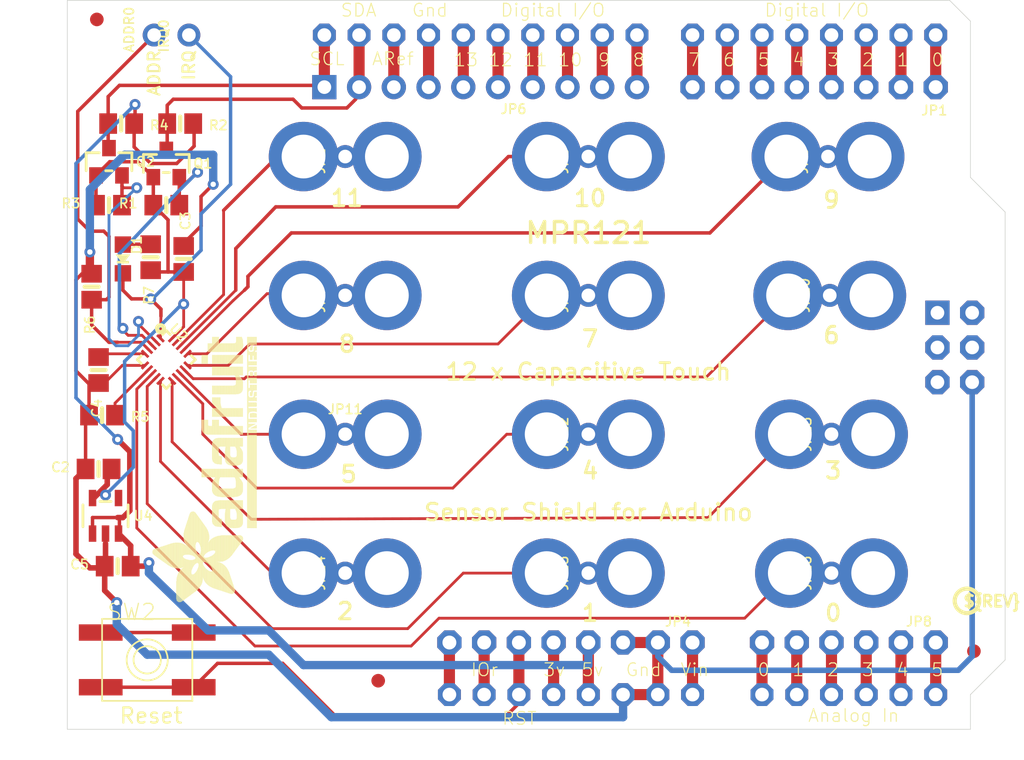
<source format=kicad_pcb>
(kicad_pcb (version 20221018) (generator pcbnew)
  (layers (0 "F.Cu" signal) (31 "B.Cu" signal) (34 "B.Paste" user) (35 "F.Paste" user) (36 "B.SilkS" user "B.Silkscreen") (37 "F.SilkS" user "F.Silkscreen") (38 "B.Mask" user) (39 "F.Mask" user) (44 "Edge.Cuts" user))
  (net 0 "")
  (net 1 "GND")
  (net 2 "VIN")
  (net 3 "+3V")
  (net 4 "~{RESET}")
  (net 5 "IORESET")
  (net 6 "NC")
  (net 7 "AREF")
  (net 8 "D5")
  (net 9 "D2")
  (net 10 "D1")
  (net 11 "D0")
  (net 12 "A5")
  (net 13 "A4")
  (net 14 "A3")
  (net 15 "A2")
  (net 16 "A1")
  (net 17 "A0")
  (net 18 "+5V")
  (net 19 "D13")
  (net 20 "D11")
  (net 21 "D12")
  (net 22 "D10")
  (net 23 "D9")
  (net 24 "D8")
  (net 25 "D7")
  (net 26 "D6")
  (net 27 "D3")
  (net 28 "D4")
  (net 29 "3.3V")
  (net 30 "N$114")
  (net 31 "N$115")
  (net 32 "IRQ")
  (net 33 "ELEC0")
  (net 34 "ELEC1")
  (net 35 "ELEC2")
  (net 36 "ELEC3")
  (net 37 "ELEC4")
  (net 38 "ELEC5")
  (net 39 "ELEC6")
  (net 40 "ELEC7")
  (net 41 "ELEC8")
  (net 42 "ELEC9")
  (net 43 "ELEC10")
  (net 44 "ELEC11")
  (net 45 "N$116")
  (net 46 "ADDR")
  (net 47 "SCL_3V")
  (net 48 "SDA_3V")
  (net 49 "SDA")
  (net 50 "SCL")
  (footprint "working:1X01_ROUND" (layer "F.Cu") (at 152.3111 99.9236 90)
    (fp_text reference "JP9")
    (fp_text value "")
  )
  (footprint "working:0805-NO" (layer "F.Cu") (at 121.4501 93.3196 180)
    (fp_text reference "R1")
    (fp_text value "10K")
  )
  (footprint "working:SOT23-WIDE" (layer "F.Cu") (at 121.4501 90.2716)
    (fp_text reference "Q1")
    (fp_text value "BSS138")
  )
  (footprint "working:1X01_ROUND" (layer "F.Cu") (at 134.5311 120.2436 90)
    (fp_text reference "JP14")
    (fp_text value "")
  )
  (footprint "working:1X08-CLEANBIG" (layer "F.Cu") (at 151.0411 125.3236 180)
    (fp_text reference "JP4")
    (fp_text value "")
  )
  (footprint "working:ALLIGATORCLIP" (layer "F.Cu") (at 170.0911 120.2436 90)
    (fp_text reference "AL1" hide)
    (fp_text value "ALLIGATORCLIP_MICRO" hide)
  )
  (footprint "working:0805-NO" (layer "F.Cu") (at 116.4971 105.3846 -90)
    (fp_text reference "C4")
    (fp_text value "0.1uF")
  )
  (footprint "working:CHIPLED_0805_NOOUTLINE" (layer "F.Cu") (at 118.2751 97.2566 180)
    (fp_text reference "D1")
    (fp_text value "RED")
  )
  (footprint "working:1X01_ROUND" (layer "F.Cu") (at 169.8371 89.7636 90)
    (fp_text reference "JP5")
    (fp_text value "")
  )
  (footprint "working:1X01_ROUND" (layer "F.Cu") (at 134.5311 89.7636 90)
    (fp_text reference "JP2")
    (fp_text value "")
  )
  (footprint "working:1X01_ROUND" (layer "F.Cu") (at 170.0911 110.0836 90)
    (fp_text reference "JP13")
    (fp_text value "")
  )
  (footprint "working:0805-NO" (layer "F.Cu") (at 116.4971 112.6236 180)
    (fp_text reference "C2")
    (fp_text value "10uF")
  )
  (footprint "working:SOT23-WIDE" (layer "F.Cu") (at 117.2591 90.1446)
    (fp_text reference "Q2")
    (fp_text value "BSS138")
  )
  (footprint "working:1X06-CLEANBIG" (layer "F.Cu") (at 171.3611 125.3236 180)
    (fp_text reference "JP8")
    (fp_text value "")
  )
  (footprint "working:0805-NO" (layer "F.Cu") (at 122.7201 97.2566 90)
    (fp_text reference "C3")
    (fp_text value "0.1uF")
  )
  (footprint "" (layer "F.Cu") (at 180.2511 96.1136)
    (fp_text reference "@HOLE2" hide)
    (fp_text value "")
  )
  (footprint "working:1X08-CLEANBIG" (layer "F.Cu") (at 168.8211 84.6836)
    (fp_text reference "JP1")
    (fp_text value "")
  )
  (footprint "working:ALLIGATORCLIP" (layer "F.Cu") (at 152.3111 89.7636 90)
    (fp_text reference "AL11" hide)
    (fp_text value "ALLIGATORCLIP_MICRO" hide)
  )
  (footprint "working:0805-NO" (layer "F.Cu") (at 116.7511 108.6866)
    (fp_text reference "R5")
    (fp_text value "75K")
  )
  (footprint "working:1X01_ROUND" (layer "F.Cu") (at 169.9641 99.9236 90)
    (fp_text reference "JP10")
    (fp_text value "")
  )
  (footprint "working:ALLIGATORCLIP" (layer "F.Cu") (at 134.5311 120.2436 -90)
    (fp_text reference "AL3" hide)
    (fp_text value "ALLIGATORCLIP_MICRO" hide)
  )
  (footprint "working:ALLIGATORCLIP" (layer "F.Cu") (at 169.8371 89.7636 90)
    (fp_text reference "AL10" hide)
    (fp_text value "ALLIGATORCLIP_MICRO" hide)
  )
  (footprint "working:PCBFEAT-REV-040" (layer "F.Cu") (at 179.9971 122.2756)
    (fp_text reference "U$8" hide)
    (fp_text value "" hide)
  )
  (footprint "working:FIDUCIAL_1MM" (layer "F.Cu") (at 136.9441 128.1176)
    (fp_text reference "FID1" hide)
    (fp_text value "FIDUCIAL\"\"" hide)
  )
  (footprint "working:0805-NO" (layer "F.Cu") (at 118.1481 87.3506)
    (fp_text reference "R4")
    (fp_text value "10K")
  )
  (footprint "working:1X01_ROUND" (layer "F.Cu") (at 152.3111 110.0836 90)
    (fp_text reference "JP12")
    (fp_text value "")
  )
  (footprint "" (layer "F.Cu") (at 129.4511 80.8736)
    (fp_text reference "@HOLE0" hide)
    (fp_text value "")
  )
  (footprint "working:ALLIGATORCLIP" (layer "F.Cu") (at 134.5311 89.7636 90)
    (fp_text reference "AL12" hide)
    (fp_text value "ALLIGATORCLIP_MICRO" hide)
  )
  (footprint "working:ALLIGATORCLIP" (layer "F.Cu") (at 152.3111 120.2436 90)
    (fp_text reference "AL2" hide)
    (fp_text value "ALLIGATORCLIP_MICRO" hide)
  )
  (footprint "working:1X01_ROUND" (layer "F.Cu") (at 152.3111 89.7636 90)
    (fp_text reference "JP3")
    (fp_text value "")
  )
  (footprint "working:1X01_ROUND" (layer "F.Cu") (at 152.3111 120.2436 90)
    (fp_text reference "JP15")
    (fp_text value "")
  )
  (footprint "working:ALLIGATORCLIP" (layer "F.Cu") (at 152.3111 99.9236 90)
    (fp_text reference "AL8" hide)
    (fp_text value "ALLIGATORCLIP_MICRO" hide)
  )
  (footprint "working:QFN20_3MM_NOTHERMAL" (layer "F.Cu") (at 121.4501 104.6226 -45)
    (fp_text reference "U2")
    (fp_text value "MPR121")
  )
  (footprint "working:ALLIGATORCLIP" (layer "F.Cu") (at 152.3111 110.0836 90)
    (fp_text reference "AL5" hide)
    (fp_text value "ALLIGATORCLIP_MICRO" hide)
  )
  (footprint "working:ALLIGATORCLIP" (layer "F.Cu") (at 134.5311 110.0836 -90)
    (fp_text reference "AL6" hide)
    (fp_text value "ALLIGATORCLIP_MICRO" hide)
  )
  (footprint "" (layer "F.Cu") (at 128.1811 129.1336)
    (fp_text reference "@HOLE1" hide)
    (fp_text value "")
  )
  (footprint "working:ALLIGATORCLIP" (layer "F.Cu") (at 169.9641 99.9236 90)
    (fp_text reference "AL7" hide)
    (fp_text value "ALLIGATORCLIP_MICRO" hide)
  )
  (footprint "working:1X01_ROUND" (layer "F.Cu") (at 134.5311 99.9236 90)
    (fp_text reference "JP7")
    (fp_text value "")
  )
  (footprint "working:FIDUCIAL_1MM" (layer "F.Cu") (at 180.5051 125.9586)
    (fp_text reference "FID2" hide)
    (fp_text value "FIDUCIAL\"\"" hide)
  )
  (footprint "working:1X01_ROUND" (layer "F.Cu") (at 134.5311 110.0836)
    (fp_text reference "JP11")
    (fp_text value "")
  )
  (footprint "working:1X10_ROUND70" (layer "F.Cu") (at 144.4371 84.6836)
    (fp_text reference "JP6")
    (fp_text value "")
  )
  (footprint "working:0805-NO" (layer "F.Cu") (at 117.2591 93.3196 180)
    (fp_text reference "R3")
    (fp_text value "10K")
  )
  (footprint "working:1X01_ROUND" (layer "F.Cu") (at 170.0911 120.2436 90)
    (fp_text reference "JP16")
    (fp_text value "")
  )
  (footprint "working:0805-NO" (layer "F.Cu") (at 117.8941 119.7356 180)
    (fp_text reference "C5")
    (fp_text value "10uF")
  )
  (footprint "working:0805-NO" (layer "F.Cu") (at 120.3071 97.1296 -90)
    (fp_text reference "R7")
    (fp_text value "1K")
  )
  (footprint "working:ARDUINOR3_ICSP" (layer "F.Cu") (at 114.2111 131.6736)
    (fp_text reference "U$41" hide)
    (fp_text value "ARDUINO_R3_ICSP" hide)
    (fp_line (start 0 -53.34) (end 0 0) (stroke (width 0.05)) (layer "Edge.Cuts"))
    (fp_line (start 0 0) (end 66.04 0) (stroke (width 0.05)) (layer "Edge.Cuts"))
    (fp_line (start 64.516 -53.34) (end 0 -53.34) (stroke (width 0.05)) (layer "Edge.Cuts"))
    (fp_line (start 66.04 -51.816) (end 64.516 -53.34) (stroke (width 0.05)) (layer "Edge.Cuts"))
    (fp_line (start 66.04 -40.386) (end 66.04 -51.816) (stroke (width 0.05)) (layer "Edge.Cuts"))
    (fp_line (start 66.04 -2.54) (end 68.58 -5.08) (stroke (width 0.05)) (layer "Edge.Cuts"))
    (fp_line (start 66.04 0) (end 66.04 -2.54) (stroke (width 0.05)) (layer "Edge.Cuts"))
    (fp_line (start 68.58 -37.846) (end 66.04 -40.386) (stroke (width 0.05)) (layer "Edge.Cuts"))
    (fp_line (start 68.58 -5.08) (end 68.58 -37.846) (stroke (width 0.05)) (layer "Edge.Cuts"))
  )
  (footprint "working:ALLIGATORCLIP" (layer "F.Cu") (at 170.0911 110.0836 90)
    (fp_text reference "AL4" hide)
    (fp_text value "ALLIGATORCLIP_MICRO" hide)
  )
  (footprint "working:1X01_ROUND" (layer "F.Cu") (at 120.5611 80.8736 90)
    (fp_text reference "ADDR0")
    (fp_text value "")
  )
  (footprint "working:0805-NO" (layer "F.Cu") (at 122.4661 87.3506)
    (fp_text reference "R2")
    (fp_text value "10K")
  )
  (footprint "working:1X01_ROUND" (layer "F.Cu") (at 123.1011 80.8736 90)
    (fp_text reference "IRQ0")
    (fp_text value "")
  )
  (footprint "working:ADAFRUIT_TEXT_20MM" (layer "F.Cu") (at 128.0541 122.5296 90)
    (fp_text reference "U$9" hide)
    (fp_text value "" hide)
  )
  (footprint "working:FIDUCIAL_1MM" (layer "F.Cu") (at 116.3701 79.7306)
    (fp_text reference "FID3" hide)
    (fp_text value "FIDUCIAL\"\"" hide)
  )
  (footprint "working:EVQ-Q2" (layer "F.Cu") (at 120.0531 126.5936)
    (fp_text reference "SW2")
    (fp_text value "SPST_TACT-EVQQ2")
  )
  (footprint "working:0805-NO" (layer "F.Cu") (at 115.9891 99.2886 -90)
    (fp_text reference "R6")
    (fp_text value "75K")
  )
  (footprint "working:ALLIGATORCLIP" (layer "F.Cu") (at 134.5311 99.9236 90)
    (fp_text reference "AL9" hide)
    (fp_text value "ALLIGATORCLIP_MICRO" hide)
  )
  (footprint "working:SOT23-5" (layer "F.Cu") (at 117.0051 116.0526)
    (fp_text reference "U4")
    (fp_text value "MIC5225-3.3")
  )
  (gr_text "8" (at 134.6581 103.4796) (layer "F.SilkS") (effects (font (size 1.20904 1.20904) (thickness 0.21336))))
  (gr_text "6" (at 170.0911 102.8446) (layer "F.SilkS") (effects (font (size 1.20904 1.20904) (thickness 0.21336))))
  (gr_text "9" (at 170.0911 92.9386) (layer "F.SilkS") (effects (font (size 1.20904 1.20904) (thickness 0.21336))))
  (gr_text "10" (at 152.4381 92.8116) (layer "F.SilkS") (effects (font (size 1.20904 1.20904) (thickness 0.21336))))
  (gr_text "12 x Capacitive Touch" (at 152.3111 105.5116) (layer "F.SilkS") (effects (font (size 1.223264 1.223264) (thickness 0.199136))))
  (gr_text "4" (at 152.4381 112.7506) (layer "F.SilkS") (effects (font (size 1.20904 1.20904) (thickness 0.21336))))
  (gr_text "1" (at 152.4381 123.1646) (layer "F.SilkS") (effects (font (size 1.20904 1.20904) (thickness 0.21336))))
  (gr_text "2" (at 134.5311 123.0376) (layer "F.SilkS") (effects (font (size 1.20904 1.20904) (thickness 0.21336))))
  (gr_text "ADDR" (at 120.0531 81.8896 90) (layer "F.SilkS") (effects (font (size 0.8636 0.8636) (thickness 0.1524)) (justify right top)))
  (gr_text "IRQ" (at 122.5931 81.8896 90) (layer "F.SilkS") (effects (font (size 0.8636 0.8636) (thickness 0.1524)) (justify right top)))
  (gr_text "11" (at 134.6581 92.8116) (layer "F.SilkS") (effects (font (size 1.20904 1.20904) (thickness 0.21336))))
  (gr_text "Reset" (at 122.7201 130.0226) (layer "F.SilkS") (effects (font (size 1.1176 1.1176) (thickness 0.1524)) (justify right top)))
  (gr_text "7" (at 152.4381 103.0986) (layer "F.SilkS") (effects (font (size 1.20904 1.20904) (thickness 0.21336))))
  (gr_text "MPR121" (at 152.3111 95.3516) (layer "F.SilkS") (effects (font (size 1.52908 1.52908) (thickness 0.24892))))
  (gr_text "3" (at 170.2181 112.7506) (layer "F.SilkS") (effects (font (size 1.20904 1.20904) (thickness 0.21336))))
  (gr_text "5" (at 134.7851 113.0046) (layer "F.SilkS") (effects (font (size 1.20904 1.20904) (thickness 0.21336))))
  (gr_text "0" (at 170.2181 123.1646) (layer "F.SilkS") (effects (font (size 1.20904 1.20904) (thickness 0.21336))))
  (gr_text "Sensor Shield for Arduino" (at 152.3111 115.7986) (layer "F.SilkS") (effects (font (size 1.223264 1.223264) (thickness 0.199136))))
  (segment (start 119.894462 105.046866) (end 118.231834 105.046866) (width 0.2032) (layer "F.Cu") (net 1))
  (segment (start 114.8461 113.3246) (end 114.8461 118.8466) (width 0.4064) (layer "F.Cu") (net 1))
  (segment (start 115.8011 106.4006) (end 115.8011 108.6866) (width 0.254) (layer "F.Cu") (net 1))
  (segment (start 115.5471 112.6236) (end 114.8461 113.3246) (width 0.4064) (layer "F.Cu") (net 1))
  (segment (start 115.5471 112.6236) (end 115.5471 108.9406) (width 0.254) (layer "F.Cu") (net 1))
  (segment (start 154.8511 129.1336) (end 157.3911 129.1336) (width 0.8128) (layer "F.Cu") (net 1))
  (segment (start 117.0051 118.0846) (end 117.0051 117.3527) (width 0.254) (layer "F.Cu") (net 1))
  (segment (start 118.231834 105.046866) (end 116.9441 106.3346) (width 0.2032) (layer "F.Cu") (net 1))
  (segment (start 124.8791 91.7956) (end 123.9901 92.6846) (width 0.254) (layer "F.Cu") (net 1))
  (segment (start 117.0051 119.6746) (end 116.9441 119.7356) (width 0.4064) (layer "F.Cu") (net 1))
  (segment (start 157.3911 129.1336) (end 157.3911 125.3236) (width 0.8128) (layer "F.Cu") (net 1))
  (segment (start 116.9441 106.3346) (end 116.4971 106.3346) (width 0.2032) (layer "F.Cu") (net 1))
  (segment (start 115.8621 96.7486) (end 115.8621 98.2116) (width 0.6096) (layer "F.Cu") (net 1))
  (segment (start 115.8621 119.8626) (end 116.8171 119.8626) (width 0.4064) (layer "F.Cu") (net 1))
  (segment (start 116.9441 121.5186) (end 117.8281 122.4026) (width 0.4064) (layer "F.Cu") (net 1))
  (segment (start 116.9441 119.7356) (end 116.9441 121.5186) (width 0.4064) (layer "F.Cu") (net 1))
  (segment (start 123.9901 94.8436) (end 122.7201 96.1136) (width 0.254) (layer "F.Cu") (net 1))
  (segment (start 117.8281 124.5936) (end 116.6531 124.5936) (width 0.254) (layer "F.Cu") (net 1))
  (segment (start 122.7201 96.1136) (end 122.7201 96.3066) (width 0.254) (layer "F.Cu") (net 1))
  (segment (start 114.8461 105.4456) (end 115.8011 106.4006) (width 0.254) (layer "F.Cu") (net 1))
  (segment (start 116.6531 124.5936) (end 123.4531 124.5936) (width 0.254) (layer "F.Cu") (net 1))
  (segment (start 140.6271 80.8736) (end 140.6271 84.6836) (width 0.8128) (layer "F.Cu") (net 1))
  (segment (start 114.8461 118.8466) (end 115.8621 119.8626) (width 0.4064) (layer "F.Cu") (net 1))
  (segment (start 115.9891 98.3386) (end 115.2881 98.3386) (width 0.254) (layer "F.Cu") (net 1))
  (segment (start 115.2881 98.3386) (end 114.8461 98.7806) (width 0.254) (layer "F.Cu") (net 1))
  (segment (start 116.8171 119.8626) (end 116.9441 119.7356) (width 0.4064) (layer "F.Cu") (net 1))
  (segment (start 117.0051 118.0846) (end 117.0051 119.6746) (width 0.4064) (layer "F.Cu") (net 1))
  (segment (start 115.8621 98.2116) (end 115.9891 98.3386) (width 0.6096) (layer "F.Cu") (net 1))
  (segment (start 157.3911 125.3236) (end 154.8511 125.3236) (width 0.8128) (layer "F.Cu") (net 1))
  (segment (start 117.8281 122.4026) (end 117.8281 124.5936) (width 0.254) (layer "F.Cu") (net 1))
  (segment (start 115.5471 108.9406) (end 115.8011 108.6866) (width 0.254) (layer "F.Cu") (net 1))
  (segment (start 116.4971 106.3346) (end 115.8011 106.4006) (width 0.254) (layer "F.Cu") (net 1))
  (segment (start 114.8461 98.7806) (end 114.8461 105.4456) (width 0.254) (layer "F.Cu") (net 1))
  (segment (start 123.9901 92.6846) (end 123.9901 94.8436) (width 0.254) (layer "F.Cu") (net 1))
  (via (at 115.8621 96.7486) (size 0.8001) (drill 0.3937) (layers "F.Cu" "B.Cu") (net 1))
  (via (at 124.8791 91.7956) (size 0.8001) (drill 0.3937) (layers "F.Cu" "B.Cu") (net 1))
  (via (at 117.8281 122.4026) (size 0.8001) (drill 0.3937) (layers "F.Cu" "B.Cu") (net 1))
  (segment (start 157.3911 125.3236) (end 157.3911 126.3396) (width 0.4064) (layer "B.Cu") (net 1))
  (segment (start 115.8621 92.1766) (end 115.8621 96.7486) (width 0.6096) (layer "B.Cu") (net 1))
  (segment (start 158.4071 127.3556) (end 179.3621 127.3556) (width 0.4064) (layer "B.Cu") (net 1))
  (segment (start 124.8791 89.6366) (end 124.8791 91.7956) (width 0.6096) (layer "B.Cu") (net 1))
  (segment (start 120.0531 126.2126) (end 117.8281 123.9876) (width 0.6096) (layer "B.Cu") (net 1))
  (segment (start 128.9431 126.2126) (end 120.0531 126.2126) (width 0.6096) (layer "B.Cu") (net 1))
  (segment (start 117.8281 123.9876) (end 117.8281 122.4026) (width 0.6096) (layer "B.Cu") (net 1))
  (segment (start 179.3621 127.3556) (end 180.3781 126.3396) (width 0.4064) (layer "B.Cu") (net 1))
  (segment (start 124.8791 89.6366) (end 118.4021 89.6366) (width 0.6096) (layer "B.Cu") (net 1))
  (segment (start 133.5151 130.7846) (end 128.9431 126.2126) (width 0.6096) (layer "B.Cu") (net 1))
  (segment (start 154.8511 130.7846) (end 133.5151 130.7846) (width 0.6096) (layer "B.Cu") (net 1))
  (segment (start 154.8511 129.1336) (end 154.8511 130.7846) (width 0.6096) (layer "B.Cu") (net 1))
  (segment (start 118.4021 89.6366) (end 115.8621 92.1766) (width 0.6096) (layer "B.Cu") (net 1))
  (segment (start 157.3911 126.3396) (end 158.4071 127.3556) (width 0.4064) (layer "B.Cu") (net 1))
  (segment (start 180.3781 126.3396) (end 180.3781 106.2736) (width 0.4064) (layer "B.Cu") (net 1))
  (segment (start 159.9311 125.3236) (end 159.9311 129.1336) (width 0.8128) (layer "F.Cu") (net 2))
  (segment (start 149.7711 125.3236) (end 149.7711 129.1336) (width 0.8128) (layer "F.Cu") (net 3))
  (segment (start 129.9591 126.8476) (end 133.8961 130.7846) (width 0.254) (layer "F.Cu") (net 4))
  (segment (start 116.6531 128.5936) (end 123.4531 128.5936) (width 0.254) (layer "F.Cu") (net 4))
  (segment (start 146.2151 130.7846) (end 147.2311 129.7686) (width 0.254) (layer "F.Cu") (net 4))
  (segment (start 147.2311 125.3236) (end 147.2311 129.1336) (width 0.8128) (layer "F.Cu") (net 4))
  (segment (start 133.8961 130.7846) (end 146.2151 130.7846) (width 0.254) (layer "F.Cu") (net 4))
  (segment (start 147.2311 129.7686) (end 147.2311 129.1336) (width 0.254) (layer "F.Cu") (net 4))
  (segment (start 125.1991 126.8476) (end 129.9591 126.8476) (width 0.254) (layer "F.Cu") (net 4))
  (segment (start 123.4531 128.5936) (end 125.1991 126.8476) (width 0.254) (layer "F.Cu") (net 4))
  (segment (start 144.6911 125.3236) (end 144.6911 129.1336) (width 0.8128) (layer "F.Cu") (net 5))
  (segment (start 142.1511 125.3236) (end 142.1511 129.1336) (width 0.8128) (layer "F.Cu") (net 6))
  (segment (start 138.0871 80.8736) (end 138.0871 84.6836) (width 0.8128) (layer "F.Cu") (net 7))
  (segment (start 165.0111 80.8736) (end 165.0111 84.6836) (width 0.8128) (layer "F.Cu") (net 8))
  (segment (start 172.6311 80.8736) (end 172.6311 84.6836) (width 0.8128) (layer "F.Cu") (net 9))
  (segment (start 175.1711 80.8736) (end 175.1711 84.6836) (width 0.8128) (layer "F.Cu") (net 10))
  (segment (start 177.7111 80.8736) (end 177.7111 84.6836) (width 0.8128) (layer "F.Cu") (net 11))
  (segment (start 177.7111 129.1336) (end 177.7111 125.3236) (width 0.8128) (layer "F.Cu") (net 12))
  (segment (start 175.1711 129.1336) (end 175.1711 125.3236) (width 0.8128) (layer "F.Cu") (net 13))
  (segment (start 172.6311 129.1336) (end 172.6311 125.3236) (width 0.8128) (layer "F.Cu") (net 14))
  (segment (start 170.0911 129.1336) (end 170.0911 125.3236) (width 0.8128) (layer "F.Cu") (net 15))
  (segment (start 167.5511 129.1336) (end 167.5511 125.3236) (width 0.8128) (layer "F.Cu") (net 16))
  (segment (start 165.0111 129.1336) (end 165.0111 125.3236) (width 0.8128) (layer "F.Cu") (net 17))
  (segment (start 118.0211 116.3066) (end 118.0211 117.2867) (width 0.254) (layer "F.Cu") (net 18))
  (segment (start 119.1641 87.2846) (end 119.0981 87.3506) (width 0.254) (layer "F.Cu") (net 18))
  (segment (start 118.2751 116.1796) (end 118.7831 115.6716) (width 0.4064) (layer "F.Cu") (net 18))
  (segment (start 118.7831 111.3536) (end 117.8941 110.4646) (width 0.4064) (layer "F.Cu") (net 18))
  (segment (start 118.8441 118.2417) (end 118.8441 119.7356) (width 0.4064) (layer "F.Cu") (net 18))
  (segment (start 118.7831 115.6716) (end 118.7831 111.3536) (width 0.4064) (layer "F.Cu") (net 18))
  (segment (start 118.0211 117.2867) (end 117.9551 117.3527) (width 0.254) (layer "F.Cu") (net 18))
  (segment (start 117.9551 117.3527) (end 118.8441 118.2417) (width 0.4064) (layer "F.Cu") (net 18))
  (segment (start 117.8941 116.1796) (end 118.0211 116.3066) (width 0.254) (layer "F.Cu") (net 18))
  (segment (start 116.0551 116.1796) (end 117.8941 116.1796) (width 0.254) (layer "F.Cu") (net 18))
  (segment (start 123.4821 89.0016) (end 123.4821 86.8426) (width 0.254) (layer "F.Cu") (net 18))
  (segment (start 119.0981 87.3506) (end 119.0981 89.0626) (width 0.254) (layer "F.Cu") (net 18))
  (segment (start 122.2121 90.2716) (end 123.4821 89.0016) (width 0.254) (layer "F.Cu") (net 18))
  (segment (start 116.0551 117.3527) (end 116.0551 116.1796) (width 0.254) (layer "F.Cu") (net 18))
  (segment (start 152.3111 125.3236) (end 152.3111 129.1336) (width 0.8128) (layer "F.Cu") (net 18))
  (segment (start 120.3071 90.2716) (end 122.2121 90.2716) (width 0.254) (layer "F.Cu") (net 18))
  (segment (start 123.4821 86.8426) (end 123.4161 86.9086) (width 0.254) (layer "F.Cu") (net 18))
  (segment (start 120.0531 119.7356) (end 120.1801 119.4816) (width 0.4064) (layer "F.Cu") (net 18))
  (segment (start 123.4161 86.9086) (end 123.4161 87.3506) (width 0.254) (layer "F.Cu") (net 18))
  (segment (start 118.8441 119.7356) (end 120.0531 119.7356) (width 0.4064) (layer "F.Cu") (net 18))
  (segment (start 119.1641 85.9536) (end 119.1641 87.2846) (width 0.254) (layer "F.Cu") (net 18))
  (segment (start 117.8941 116.1796) (end 118.2751 116.1796) (width 0.4064) (layer "F.Cu") (net 18))
  (segment (start 119.0981 89.0626) (end 120.3071 90.2716) (width 0.254) (layer "F.Cu") (net 18))
  (via (at 117.8941 110.4646) (size 0.8001) (drill 0.3937) (layers "F.Cu" "B.Cu") (net 18))
  (via (at 119.1641 85.9536) (size 0.8001) (drill 0.3937) (layers "F.Cu" "B.Cu") (net 18))
  (via (at 120.1801 119.4816) (size 0.8001) (drill 0.3937) (layers "F.Cu" "B.Cu") (net 18))
  (segment (start 128.9431 124.4346) (end 124.4981 124.4346) (width 0.6096) (layer "B.Cu") (net 18))
  (segment (start 124.4981 124.4346) (end 120.1801 120.2436) (width 0.6096) (layer "B.Cu") (net 18))
  (segment (start 114.8461 107.4166) (end 114.8461 90.2716) (width 0.254) (layer "B.Cu") (net 18))
  (segment (start 152.3111 126.9746) (end 131.4831 126.9746) (width 0.6096) (layer "B.Cu") (net 18))
  (segment (start 152.3111 125.3236) (end 152.3111 126.9746) (width 0.6096) (layer "B.Cu") (net 18))
  (segment (start 120.1801 120.2436) (end 120.1801 119.4816) (width 0.6096) (layer "B.Cu") (net 18))
  (segment (start 131.4831 126.9746) (end 128.9431 124.4346) (width 0.6096) (layer "B.Cu") (net 18))
  (segment (start 117.8941 110.4646) (end 114.8461 107.4166) (width 0.254) (layer "B.Cu") (net 18))
  (segment (start 114.8461 90.2716) (end 119.1641 85.9536) (width 0.254) (layer "B.Cu") (net 18))
  (segment (start 143.1671 80.8736) (end 143.1671 84.6836) (width 0.8128) (layer "F.Cu") (net 19))
  (segment (start 148.2471 80.8736) (end 148.2471 84.6836) (width 0.8128) (layer "F.Cu") (net 20))
  (segment (start 145.7071 80.8736) (end 145.7071 84.6836) (width 0.8128) (layer "F.Cu") (net 21))
  (segment (start 150.7871 80.8736) (end 150.7871 84.6836) (width 0.8128) (layer "F.Cu") (net 22))
  (segment (start 153.3271 80.8736) (end 153.3271 84.6836) (width 0.8128) (layer "F.Cu") (net 23))
  (segment (start 155.8671 80.8736) (end 155.8671 84.6836) (width 0.8128) (layer "F.Cu") (net 24))
  (segment (start 159.9311 84.6836) (end 159.9311 80.8736) (width 0.8128) (layer "F.Cu") (net 25))
  (segment (start 162.4711 80.8736) (end 162.4711 84.6836) (width 0.8128) (layer "F.Cu") (net 26))
  (segment (start 170.0911 80.8736) (end 170.0911 84.6836) (width 0.8128) (layer "F.Cu") (net 27))
  (segment (start 167.5511 84.6836) (end 167.5511 80.8736) (width 0.8128) (layer "F.Cu") (net 28))
  (segment (start 116.8146 114.0841) (end 117.1321 113.7666) (width 0.4064) (layer "F.Cu") (net 29))
  (segment (start 122.7201 100.5586) (end 122.7201 102.221229) (width 0.2032) (layer "F.Cu") (net 29))
  (segment (start 120.5001 91.2716) (end 120.5001 93.3196) (width 0.254) (layer "F.Cu") (net 29))
  (segment (start 121.5771 98.2066) (end 122.7201 98.2066) (width 0.254) (layer "F.Cu") (net 29))
  (segment (start 120.3071 98.0796) (end 120.4341 98.2066) (width 0.254) (layer "F.Cu") (net 29))
  (segment (start 116.1462 114.7525) (end 116.8146 114.0841) (width 0.4064) (layer "F.Cu") (net 29))
  (segment (start 116.0551 114.7525) (end 116.1462 114.7525) (width 0.4064) (layer "F.Cu") (net 29))
  (segment (start 120.4341 98.2066) (end 121.5771 98.2066) (width 0.254) (layer "F.Cu") (net 29))
  (segment (start 122.7201 98.2066) (end 122.7201 100.5586) (width 0.2032) (layer "F.Cu") (net 29))
  (segment (start 117.1321 112.9386) (end 117.4471 112.6236) (width 0.4064) (layer "F.Cu") (net 29))
  (segment (start 116.3091 91.1446) (end 117.3091 90.1446) (width 0.254) (layer "F.Cu") (net 29))
  (segment (start 117.3091 90.1446) (end 119.3731 90.1446) (width 0.254) (layer "F.Cu") (net 29))
  (segment (start 119.3731 90.1446) (end 120.5001 91.2716) (width 0.254) (layer "F.Cu") (net 29))
  (segment (start 120.5001 93.3196) (end 121.5771 94.3966) (width 0.254) (layer "F.Cu") (net 29))
  (segment (start 122.7201 102.221229) (end 121.874362 103.066966) (width 0.2032) (layer "F.Cu") (net 29))
  (segment (start 117.0051 114.5286) (end 117.1321 114.4016) (width 0.254) (layer "F.Cu") (net 29))
  (segment (start 117.1321 114.4016) (end 116.8146 114.0841) (width 0.254) (layer "F.Cu") (net 29))
  (segment (start 121.5771 94.3966) (end 121.5771 98.2066) (width 0.254) (layer "F.Cu") (net 29))
  (segment (start 116.3091 91.1446) (end 116.3091 93.3196) (width 0.254) (layer "F.Cu") (net 29))
  (segment (start 117.1321 113.7666) (end 117.1321 112.9386) (width 0.4064) (layer "F.Cu") (net 29))
  (via (at 122.7201 100.5586) (size 0.8001) (drill 0.3937) (layers "F.Cu" "B.Cu") (net 29))
  (via (at 117.0051 114.5286) (size 0.8001) (drill 0.3937) (layers "F.Cu" "B.Cu") (net 29))
  (segment (start 119.0371 109.8296) (end 119.0371 112.4966) (width 0.254) (layer "B.Cu") (net 29))
  (segment (start 118.4021 109.1946) (end 119.0371 109.8296) (width 0.254) (layer "B.Cu") (net 29))
  (segment (start 119.0371 112.4966) (end 117.0051 114.5286) (width 0.254) (layer "B.Cu") (net 29))
  (segment (start 122.7201 100.5586) (end 122.5931 100.5586) (width 0.254) (layer "B.Cu") (net 29))
  (segment (start 122.5931 100.5586) (end 118.4021 104.7496) (width 0.254) (layer "B.Cu") (net 29))
  (segment (start 118.4021 104.7496) (end 118.4021 109.1946) (width 0.254) (layer "B.Cu") (net 29))
  (segment (start 119.894462 104.198338) (end 115.971362 104.198338) (width 0.2032) (layer "F.Cu") (net 30))
  (segment (start 115.971362 104.198338) (end 116.4971 104.4346) (width 0.2032) (layer "F.Cu") (net 30))
  (segment (start 117.7011 107.805916) (end 117.7011 108.6866) (width 0.2032) (layer "F.Cu") (net 31))
  (segment (start 120.177306 105.32971) (end 117.7011 107.805916) (width 0.2032) (layer "F.Cu") (net 31))
  (segment (start 120.3071 100.1776) (end 120.5611 100.4316) (width 0.254) (layer "F.Cu") (net 32))
  (segment (start 120.5611 100.4316) (end 121.057468 100.927969) (width 0.254) (layer "F.Cu") (net 32))
  (segment (start 118.2751 98.3066) (end 118.2751 99.5426) (width 0.254) (layer "F.Cu") (net 32))
  (segment (start 121.025834 103.066966) (end 121.057468 101.4476) (width 0.2032) (layer "F.Cu") (net 32))
  (segment (start 121.057468 100.927969) (end 121.057468 101.4476) (width 0.254) (layer "F.Cu") (net 32))
  (segment (start 118.2751 99.5426) (end 118.9101 100.1776) (width 0.254) (layer "F.Cu") (net 32))
  (segment (start 118.9101 100.1776) (end 120.3071 100.1776) (width 0.254) (layer "F.Cu") (net 32))
  (via (at 120.3071 100.1776) (size 0.8001) (drill 0.3937) (layers "F.Cu" "B.Cu") (net 32))
  (segment (start 123.1011 80.8736) (end 126.1491 83.9216) (width 0.254) (layer "B.Cu") (net 32))
  (segment (start 126.1491 83.9216) (end 126.1491 91.7956) (width 0.254) (layer "B.Cu") (net 32))
  (segment (start 120.4341 100.1776) (end 120.3071 100.1776) (width 0.254) (layer "B.Cu") (net 32))
  (segment (start 126.1491 91.7956) (end 123.9901 93.9546) (width 0.254) (layer "B.Cu") (net 32))
  (segment (start 123.9901 96.6216) (end 120.4341 100.1776) (width 0.254) (layer "B.Cu") (net 32))
  (segment (start 123.9901 93.9546) (end 123.9901 96.6216) (width 0.254) (layer "B.Cu") (net 32))
  (segment (start 141.3891 123.5456) (end 163.7411 123.5456) (width 0.2032) (layer "F.Cu") (net 33))
  (segment (start 119.2911 116.9416) (end 127.9271 125.5776) (width 0.2032) (layer "F.Cu") (net 33))
  (segment (start 167.0431 120.2436) (end 170.0911 120.2436) (width 0.254) (layer "F.Cu") (net 33))
  (segment (start 120.46015 105.61255) (end 119.2911 106.7816) (width 0.2032) (layer "F.Cu") (net 33))
  (segment (start 139.3571 125.5776) (end 141.3891 123.5456) (width 0.2032) (layer "F.Cu") (net 33))
  (segment (start 119.2911 106.7816) (end 119.2911 116.9416) (width 0.2032) (layer "F.Cu") (net 33))
  (segment (start 170.0911 120.2436) (end 173.1391 120.2436) (width 0.254) (layer "F.Cu") (net 33))
  (segment (start 163.7411 123.5456) (end 167.0431 120.2436) (width 0.2032) (layer "F.Cu") (net 33))
  (segment (start 127.9271 125.5776) (end 139.3571 125.5776) (width 0.2032) (layer "F.Cu") (net 33))
  (segment (start 120.74299 105.895394) (end 120.0531 106.585285) (width 0.2032) (layer "F.Cu") (net 34))
  (segment (start 129.1971 124.3076) (end 139.1031 124.3076) (width 0.2032) (layer "F.Cu") (net 34))
  (segment (start 120.0531 115.1636) (end 129.1971 124.3076) (width 0.2032) (layer "F.Cu") (net 34))
  (segment (start 120.0531 106.585285) (end 120.0531 115.1636) (width 0.2032) (layer "F.Cu") (net 34))
  (segment (start 149.2631 120.2436) (end 152.3111 120.2436) (width 0.254) (layer "F.Cu") (net 34))
  (segment (start 152.3111 120.2436) (end 155.3591 120.2436) (width 0.254) (layer "F.Cu") (net 34))
  (segment (start 139.1031 124.3076) (end 143.1671 120.2436) (width 0.2032) (layer "F.Cu") (net 34))
  (segment (start 143.1671 120.2436) (end 149.2631 120.2436) (width 0.2032) (layer "F.Cu") (net 34))
  (segment (start 129.1971 120.2436) (end 131.4831 120.2436) (width 0.2032) (layer "F.Cu") (net 35))
  (segment (start 121.025834 106.178238) (end 121.025834 112.072335) (width 0.2032) (layer "F.Cu") (net 35))
  (segment (start 134.5311 120.2436) (end 137.5791 120.2436) (width 0.254) (layer "F.Cu") (net 35))
  (segment (start 131.4831 120.2436) (end 134.5311 120.2436) (width 0.254) (layer "F.Cu") (net 35))
  (segment (start 121.025834 112.072335) (end 129.1971 120.2436) (width 0.2032) (layer "F.Cu") (net 35))
  (segment (start 170.0911 110.0836) (end 167.0431 110.0836) (width 0.254) (layer "F.Cu") (net 36))
  (segment (start 127.6731 116.3066) (end 161.0741 116.1796) (width 0.2032) (layer "F.Cu") (net 36))
  (segment (start 121.874362 106.178238) (end 121.874362 110.634863) (width 0.2032) (layer "F.Cu") (net 36))
  (segment (start 170.0911 110.0836) (end 173.1391 110.0836) (width 0.254) (layer "F.Cu") (net 36))
  (segment (start 161.0741 116.1796) (end 167.0431 110.0836) (width 0.2032) (layer "F.Cu") (net 36))
  (segment (start 121.874362 110.634863) (end 127.6731 116.3066) (width 0.2032) (layer "F.Cu") (net 36))
  (segment (start 146.3421 110.0836) (end 149.2631 110.0836) (width 0.2032) (layer "F.Cu") (net 37))
  (segment (start 152.3111 110.0836) (end 155.3591 110.0836) (width 0.254) (layer "F.Cu") (net 37))
  (segment (start 124.1171 110.0836) (end 128.0541 114.0206) (width 0.2032) (layer "F.Cu") (net 37))
  (segment (start 128.0541 114.0206) (end 142.4051 114.0206) (width 0.2032) (layer "F.Cu") (net 37))
  (segment (start 149.2631 110.0836) (end 152.3111 110.0836) (width 0.254) (layer "F.Cu") (net 37))
  (segment (start 124.1171 107.855288) (end 124.1171 110.0836) (width 0.2032) (layer "F.Cu") (net 37))
  (segment (start 122.157206 105.895394) (end 124.1171 107.855288) (width 0.2032) (layer "F.Cu") (net 37))
  (segment (start 142.4051 114.0206) (end 146.3421 110.0836) (width 0.2032) (layer "F.Cu") (net 37))
  (segment (start 122.440046 105.61255) (end 126.911096 110.0836) (width 0.2032) (layer "F.Cu") (net 38))
  (segment (start 137.5791 110.0836) (end 134.5311 110.0836) (width 0.254) (layer "F.Cu") (net 38))
  (segment (start 126.911096 110.0836) (end 131.4831 110.0836) (width 0.2032) (layer "F.Cu") (net 38))
  (segment (start 134.5311 110.0836) (end 131.4831 110.0836) (width 0.254) (layer "F.Cu") (net 38))
  (segment (start 169.9641 99.9236) (end 169.5831 99.9236) (width 0.254) (layer "F.Cu") (net 39))
  (segment (start 169.8371 100.0506) (end 169.9641 99.9236) (width 0.254) (layer "F.Cu") (net 39))
  (segment (start 127.2921 105.8926) (end 160.9471 105.8926) (width 0.2032) (layer "F.Cu") (net 39))
  (segment (start 169.9641 99.9236) (end 166.9161 99.9236) (width 0.254) (layer "F.Cu") (net 39))
  (segment (start 169.4561 100.0506) (end 169.8371 100.0506) (width 0.254) (layer "F.Cu") (net 39))
  (segment (start 169.5831 99.9236) (end 169.4561 100.0506) (width 0.254) (layer "F.Cu") (net 39))
  (segment (start 173.0121 99.9236) (end 169.9641 99.9236) (width 0.254) (layer "F.Cu") (net 39))
  (segment (start 123.412781 106.0196) (end 127.1651 106.0196) (width 0.2032) (layer "F.Cu") (net 39))
  (segment (start 160.9471 105.8926) (end 166.9161 99.9236) (width 0.2032) (layer "F.Cu") (net 39))
  (segment (start 127.1651 106.0196) (end 127.2921 105.8926) (width 0.2032) (layer "F.Cu") (net 39))
  (segment (start 122.72289 105.32971) (end 123.412781 106.0196) (width 0.2032) (layer "F.Cu") (net 39))
  (segment (start 127.5461 103.4796) (end 145.7071 103.4796) (width 0.2032) (layer "F.Cu") (net 40))
  (segment (start 145.7071 103.4796) (end 149.2631 99.9236) (width 0.2032) (layer "F.Cu") (net 40))
  (segment (start 123.005734 105.046866) (end 125.978834 105.046866) (width 0.2032) (layer "F.Cu") (net 40))
  (segment (start 152.3111 99.9236) (end 149.2631 99.9236) (width 0.254) (layer "F.Cu") (net 40))
  (segment (start 155.3591 99.9236) (end 152.3111 99.9236) (width 0.254) (layer "F.Cu") (net 40))
  (segment (start 125.978834 105.046866) (end 127.5461 103.4796) (width 0.2032) (layer "F.Cu") (net 40))
  (segment (start 131.4831 99.9236) (end 134.5311 99.9236) (width 0.254) (layer "F.Cu") (net 41))
  (segment (start 128.8161 99.7966) (end 131.3561 99.7966) (width 0.2032) (layer "F.Cu") (net 41))
  (segment (start 134.5311 99.9236) (end 137.5791 99.9236) (width 0.254) (layer "F.Cu") (net 41))
  (segment (start 124.414362 104.198338) (end 128.8161 99.7966) (width 0.2032) (layer "F.Cu") (net 41))
  (segment (start 131.3561 99.7966) (end 131.4831 99.9236) (width 0.2032) (layer "F.Cu") (net 41))
  (segment (start 123.005734 104.198338) (end 124.414362 104.198338) (width 0.2032) (layer "F.Cu") (net 41))
  (segment (start 161.2011 95.3516) (end 166.7891 89.7636) (width 0.254) (layer "F.Cu") (net 42))
  (segment (start 126.333784 100.3046) (end 127.1651 99.5426) (width 0.2032) (layer "F.Cu") (net 42))
  (segment (start 122.72289 103.915494) (end 126.333784 100.3046) (width 0.2032) (layer "F.Cu") (net 42))
  (segment (start 166.9161 89.8906) (end 166.7891 89.7636) (width 0.254) (layer "F.Cu") (net 42))
  (segment (start 130.5941 95.3516) (end 161.2011 95.3516) (width 0.254) (layer "F.Cu") (net 42))
  (segment (start 168.4401 89.7636) (end 168.3131 89.8906) (width 0.254) (layer "F.Cu") (net 42))
  (segment (start 127.4191 99.2886) (end 127.4191 98.5266) (width 0.254) (layer "F.Cu") (net 42))
  (segment (start 169.8371 89.7636) (end 168.4401 89.7636) (width 0.254) (layer "F.Cu") (net 42))
  (segment (start 127.1651 99.5426) (end 127.4191 99.2886) (width 0.254) (layer "F.Cu") (net 42))
  (segment (start 127.4191 98.5266) (end 130.5941 95.3516) (width 0.254) (layer "F.Cu") (net 42))
  (segment (start 168.3131 89.8906) (end 166.9161 89.8906) (width 0.254) (layer "F.Cu") (net 42))
  (segment (start 169.8371 89.7636) (end 172.8851 89.7636) (width 0.254) (layer "F.Cu") (net 42))
  (segment (start 142.7861 93.4466) (end 146.4691 89.7636) (width 0.254) (layer "F.Cu") (net 43))
  (segment (start 126.5301 99.5426) (end 126.5301 96.4946) (width 0.254) (layer "F.Cu") (net 43))
  (segment (start 146.4691 89.7636) (end 149.2631 89.7636) (width 0.254) (layer "F.Cu") (net 43))
  (segment (start 122.440046 103.632654) (end 126.5301 99.5426) (width 0.2032) (layer "F.Cu") (net 43))
  (segment (start 126.5301 96.4946) (end 129.4511 93.4466) (width 0.254) (layer "F.Cu") (net 43))
  (segment (start 152.3111 89.7636) (end 155.3591 89.7636) (width 0.254) (layer "F.Cu") (net 43))
  (segment (start 149.2631 89.7636) (end 152.3111 89.7636) (width 0.254) (layer "F.Cu") (net 43))
  (segment (start 129.4511 93.4466) (end 142.7861 93.4466) (width 0.254) (layer "F.Cu") (net 43))
  (segment (start 122.157206 103.34981) (end 125.6411 99.865916) (width 0.2032) (layer "F.Cu") (net 44))
  (segment (start 125.6411 99.865916) (end 125.6411 93.7006) (width 0.2032) (layer "F.Cu") (net 44))
  (segment (start 129.5781 89.7636) (end 131.4831 89.7636) (width 0.254) (layer "F.Cu") (net 44))
  (segment (start 125.6411 93.7006) (end 129.5781 89.7636) (width 0.254) (layer "F.Cu") (net 44))
  (segment (start 131.4831 89.7636) (end 134.5311 89.7636) (width 0.254) (layer "F.Cu") (net 44))
  (segment (start 134.5311 89.7636) (end 137.5791 89.7636) (width 0.254) (layer "F.Cu") (net 44))
  (segment (start 118.3021 96.1796) (end 120.3071 96.1796) (width 0.254) (layer "F.Cu") (net 45))
  (segment (start 118.2751 96.2066) (end 118.3021 96.1796) (width 0.254) (layer "F.Cu") (net 45))
  (segment (start 114.9731 94.3356) (end 115.8621 95.2246) (width 0.254) (layer "F.Cu") (net 46))
  (segment (start 115.9891 100.2386) (end 115.9891 102.0826) (width 0.254) (layer "F.Cu") (net 46))
  (segment (start 117.0711 100.2386) (end 115.9891 100.2386) (width 0.254) (layer "F.Cu") (net 46))
  (segment (start 117.2591 103.3526) (end 117.8941 103.3526) (width 0.254) (layer "F.Cu") (net 46))
  (segment (start 119.614412 103.3526) (end 117.8941 103.3526) (width 0.2032) (layer "F.Cu") (net 46))
  (segment (start 116.8781 95.2246) (end 117.2591 95.6056) (width 0.254) (layer "F.Cu") (net 46))
  (segment (start 114.9731 86.4616) (end 114.9731 94.3356) (width 0.254) (layer "F.Cu") (net 46))
  (segment (start 117.2591 100.0506) (end 117.0711 100.2386) (width 0.254) (layer "F.Cu") (net 46))
  (segment (start 120.5611 80.8736) (end 114.9731 86.4616) (width 0.254) (layer "F.Cu") (net 46))
  (segment (start 120.177306 103.915494) (end 119.614412 103.3526) (width 0.2032) (layer "F.Cu") (net 46))
  (segment (start 115.9891 102.0826) (end 117.2591 103.3526) (width 0.254) (layer "F.Cu") (net 46))
  (segment (start 117.2591 95.6056) (end 117.2591 100.0506) (width 0.254) (layer "F.Cu") (net 46))
  (segment (start 115.8621 95.2246) (end 116.8781 95.2246) (width 0.254) (layer "F.Cu") (net 46))
  (segment (start 118.2091 91.9226) (end 118.2091 93.3196) (width 0.254) (layer "F.Cu") (net 47))
  (segment (start 118.3361 92.0496) (end 118.2091 91.9226) (width 0.2032) (layer "F.Cu") (net 47))
  (segment (start 119.2911 92.0496) (end 118.3361 92.0496) (width 0.2032) (layer "F.Cu") (net 47))
  (segment (start 118.2091 91.1446) (end 118.2091 91.9226) (width 0.254) (layer "F.Cu") (net 47))
  (segment (start 120.74299 103.34981) (end 119.4181 102.024919) (width 0.2032) (layer "F.Cu") (net 47))
  (segment (start 119.4181 102.024919) (end 119.4181 101.8286) (width 0.2032) (layer "F.Cu") (net 47))
  (via (at 119.2911 92.0496) (size 0.8001) (drill 0.3937) (layers "F.Cu" "B.Cu") (net 47))
  (via (at 119.4181 101.8286) (size 0.8001) (drill 0.3937) (layers "F.Cu" "B.Cu") (net 47))
  (segment (start 117.2591 103.0986) (end 117.2591 93.9546) (width 0.2032) (layer "B.Cu") (net 47))
  (segment (start 119.4181 101.8286) (end 119.4181 102.8446) (width 0.2032) (layer "B.Cu") (net 47))
  (segment (start 119.4181 102.8446) (end 118.6561 103.6066) (width 0.2032) (layer "B.Cu") (net 47))
  (segment (start 117.7671 103.6066) (end 117.2591 103.0986) (width 0.2032) (layer "B.Cu") (net 47))
  (segment (start 117.2591 93.9546) (end 119.2911 92.0496) (width 0.2032) (layer "B.Cu") (net 47))
  (segment (start 118.6561 103.6066) (end 117.7671 103.6066) (width 0.2032) (layer "B.Cu") (net 47))
  (segment (start 119.672096 102.8446) (end 118.6561 102.8446) (width 0.2032) (layer "F.Cu") (net 48))
  (segment (start 120.46015 103.632654) (end 119.672096 102.8446) (width 0.2032) (layer "F.Cu") (net 48))
  (segment (start 123.7361 90.9066) (end 122.4001 92.1766) (width 0.254) (layer "F.Cu") (net 48))
  (segment (start 118.2751 102.4636) (end 118.2751 102.3366) (width 0.2032) (layer "F.Cu") (net 48))
  (segment (start 122.4001 92.1766) (end 122.4001 93.3196) (width 0.254) (layer "F.Cu") (net 48))
  (segment (start 122.4001 91.2716) (end 122.4001 92.1766) (width 0.254) (layer "F.Cu") (net 48))
  (segment (start 118.6561 102.8446) (end 118.2751 102.4636) (width 0.2032) (layer "F.Cu") (net 48))
  (via (at 118.2751 102.3366) (size 0.8001) (drill 0.3937) (layers "F.Cu" "B.Cu") (net 48))
  (via (at 123.7361 90.9066) (size 0.8001) (drill 0.3937) (layers "F.Cu" "B.Cu") (net 48))
  (segment (start 118.2751 102.3366) (end 118.0211 102.3366) (width 0.254) (layer "B.Cu") (net 48))
  (segment (start 118.0211 96.8756) (end 122.3391 92.3036) (width 0.254) (layer "B.Cu") (net 48))
  (segment (start 122.3391 92.3036) (end 123.7361 90.9066) (width 0.254) (layer "B.Cu") (net 48))
  (segment (start 118.0211 102.3366) (end 118.0211 96.8756) (width 0.254) (layer "B.Cu") (net 48))
  (segment (start 121.5161 89.2056) (end 121.5161 87.3506) (width 0.254) (layer "F.Cu") (net 49))
  (segment (start 134.6581 86.2076) (end 135.2931 85.5726) (width 0.254) (layer "F.Cu") (net 49))
  (segment (start 121.9581 85.5726) (end 130.7211 85.5726) (width 0.254) (layer "F.Cu") (net 49))
  (segment (start 131.3561 86.2076) (end 134.6581 86.2076) (width 0.254) (layer "F.Cu") (net 49))
  (segment (start 135.2931 85.5726) (end 135.2931 84.9376) (width 0.254) (layer "F.Cu") (net 49))
  (segment (start 135.2931 84.9376) (end 135.5471 84.6836) (width 0.254) (layer "F.Cu") (net 49))
  (segment (start 121.5161 87.3506) (end 121.5161 86.0146) (width 0.254) (layer "F.Cu") (net 49))
  (segment (start 121.5161 86.0146) (end 121.9581 85.5726) (width 0.254) (layer "F.Cu") (net 49))
  (segment (start 135.5471 80.8736) (end 135.5471 84.6836) (width 0.8128) (layer "F.Cu") (net 49))
  (segment (start 130.7211 85.5726) (end 131.3561 86.2076) (width 0.254) (layer "F.Cu") (net 49))
  (segment (start 121.4501 89.2716) (end 121.5161 89.2056) (width 0.254) (layer "F.Cu") (net 49))
  (segment (start 132.8801 84.5566) (end 133.0071 84.6836) (width 0.254) (layer "F.Cu") (net 50))
  (segment (start 133.0071 80.8736) (end 133.0071 84.6836) (width 0.8128) (layer "F.Cu") (net 50))
  (segment (start 118.0211 84.5566) (end 132.8801 84.5566) (width 0.254) (layer "F.Cu") (net 50))
  (segment (start 117.1981 87.3506) (end 117.1981 85.3796) (width 0.254) (layer "F.Cu") (net 50))
  (segment (start 117.1981 85.3796) (end 118.0211 84.5566) (width 0.254) (layer "F.Cu") (net 50))
  (segment (start 117.1981 89.0836) (end 117.2591 89.1446) (width 0.254) (layer "F.Cu") (net 50))
  (segment (start 117.1981 87.3506) (end 117.1981 89.0836) (width 0.254) (layer "F.Cu") (net 50))
)
</source>
